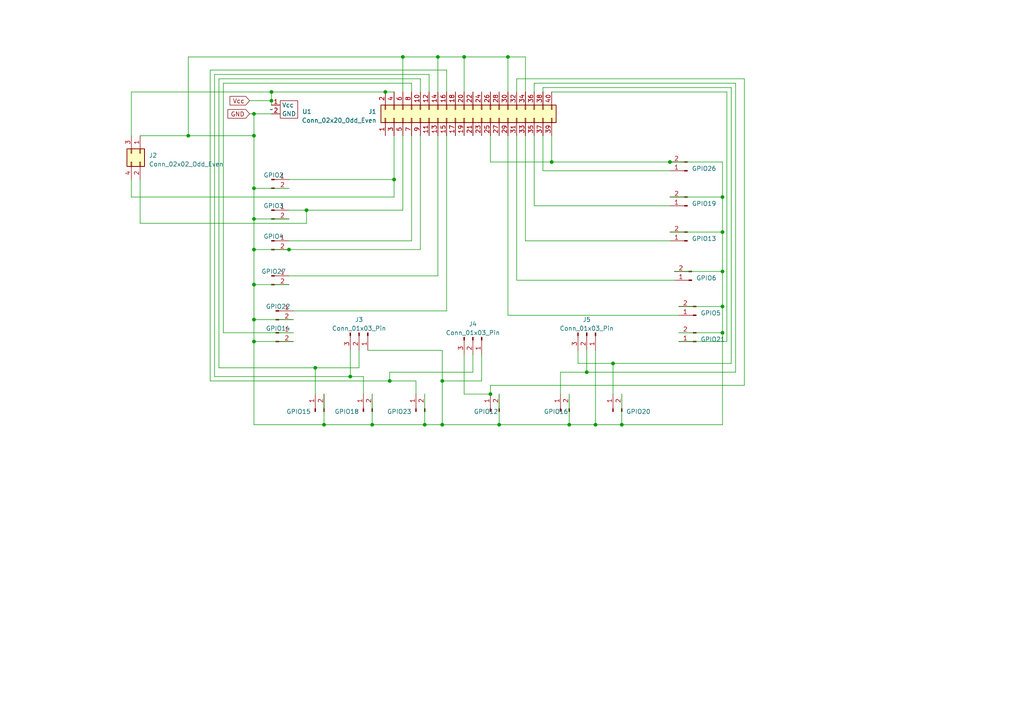
<source format=kicad_sch>
(kicad_sch (version 20230121) (generator eeschema)
  (paper "A4")
  (lib_symbols
    (symbol "Connector:Conn_01x02_Pin" (pin_names (offset 1.016) hide)
      (property "Reference" "J" (at 0 2.54 0))
      (property "Value" "Conn_01x02_Pin" (at 0 -5.08 0))
      (symbol "Conn_01x02_Pin_1_1"
        (polyline (pts (xy 1.27 -2.54) (xy 0.8636 -2.54)) (stroke (width 0.1524)))
        (polyline (pts (xy 1.27 0) (xy 0.8636 0)) (stroke (width 0.1524)))
        (rectangle (start 0.8636 -2.413) (end 0 -2.667) (stroke (width 0.1524)) (fill (type outline)))
        (rectangle (start 0.8636 0.127) (end 0 -0.127) (stroke (width 0.1524)) (fill (type outline)))
        (pin passive line (at 5.08 0 180) (length 3.81) (name "Pin_1") (number "1"))
        (pin passive line (at 5.08 -2.54 180) (length 3.81) (name "Pin_2") (number "2"))
      )
    )
    (symbol "Connector:Conn_01x03_Pin" (pin_names (offset 1.016) hide)
      (property "Reference" "J" (at 0 5.08 0))
      (property "Value" "Conn_01x03_Pin" (at 0 -5.08 0))
      (symbol "Conn_01x03_Pin_1_1"
        (polyline (pts (xy 1.27 -2.54) (xy 0.8636 -2.54)) (stroke (width 0.1524)))
        (polyline (pts (xy 1.27 0) (xy 0.8636 0)) (stroke (width 0.1524)))
        (polyline (pts (xy 1.27 2.54) (xy 0.8636 2.54)) (stroke (width 0.1524)))
        (rectangle (start 0.8636 -2.413) (end 0 -2.667) (stroke (width 0.1524)) (fill (type outline)))
        (rectangle (start 0.8636 0.127) (end 0 -0.127) (stroke (width 0.1524)) (fill (type outline)))
        (rectangle (start 0.8636 2.667) (end 0 2.413) (stroke (width 0.1524)) (fill (type outline)))
        (pin passive line (at 5.08 2.54 180) (length 3.81) (name "Pin_1") (number "1"))
        (pin passive line (at 5.08 0 180) (length 3.81) (name "Pin_2") (number "2"))
        (pin passive line (at 5.08 -2.54 180) (length 3.81) (name "Pin_3") (number "3"))
      )
    )
    (symbol "Connector_Generic:Conn_02x02_Odd_Even" (pin_names (offset 1.016) hide)
      (property "Reference" "J" (at 1.27 2.54 0))
      (property "Value" "Conn_02x02_Odd_Even" (at 1.27 -5.08 0))
      (symbol "Conn_02x02_Odd_Even_1_1"
        (rectangle (start -1.27 -2.413) (end 0 -2.667) (stroke (width 0.1524)))
        (rectangle (start -1.27 0.127) (end 0 -0.127) (stroke (width 0.1524)))
        (rectangle (start -1.27 1.27) (end 3.81 -3.81) (stroke (width 0.254)) (fill (type background)))
        (rectangle (start 3.81 -2.413) (end 2.54 -2.667) (stroke (width 0.1524)))
        (rectangle (start 3.81 0.127) (end 2.54 -0.127) (stroke (width 0.1524)))
        (pin passive line (at -5.08 0 0) (length 3.81) (name "Pin_1") (number "1"))
        (pin passive line (at 7.62 0 180) (length 3.81) (name "Pin_2") (number "2"))
        (pin passive line (at -5.08 -2.54 0) (length 3.81) (name "Pin_3") (number "3"))
        (pin passive line (at 7.62 -2.54 180) (length 3.81) (name "Pin_4") (number "4"))
      )
    )
    (symbol "Connector_Generic:Conn_02x20_Odd_Even" (pin_names (offset 1.016) hide)
      (property "Reference" "J" (at 1.27 25.4 0))
      (property "Value" "Conn_02x20_Odd_Even" (at 1.27 -27.94 0))
      (symbol "Conn_02x20_Odd_Even_1_1"
        (rectangle (start -1.27 -25.273) (end 0 -25.527) (stroke (width 0.1524)))
        (rectangle (start -1.27 -22.733) (end 0 -22.987) (stroke (width 0.1524)))
        (rectangle (start -1.27 -20.193) (end 0 -20.447) (stroke (width 0.1524)))
        (rectangle (start -1.27 -17.653) (end 0 -17.907) (stroke (width 0.1524)))
        (rectangle (start -1.27 -15.113) (end 0 -15.367) (stroke (width 0.1524)))
        (rectangle (start -1.27 -12.573) (end 0 -12.827) (stroke (width 0.1524)))
        (rectangle (start -1.27 -10.033) (end 0 -10.287) (stroke (width 0.1524)))
        (rectangle (start -1.27 -7.493) (end 0 -7.747) (stroke (width 0.1524)))
        (rectangle (start -1.27 -4.953) (end 0 -5.207) (stroke (width 0.1524)))
        (rectangle (start -1.27 -2.413) (end 0 -2.667) (stroke (width 0.1524)))
        (rectangle (start -1.27 0.127) (end 0 -0.127) (stroke (width 0.1524)))
        (rectangle (start -1.27 2.667) (end 0 2.413) (stroke (width 0.1524)))
        (rectangle (start -1.27 5.207) (end 0 4.953) (stroke (width 0.1524)))
        (rectangle (start -1.27 7.747) (end 0 7.493) (stroke (width 0.1524)))
        (rectangle (start -1.27 10.287) (end 0 10.033) (stroke (width 0.1524)))
        (rectangle (start -1.27 12.827) (end 0 12.573) (stroke (width 0.1524)))
        (rectangle (start -1.27 15.367) (end 0 15.113) (stroke (width 0.1524)))
        (rectangle (start -1.27 17.907) (end 0 17.653) (stroke (width 0.1524)))
        (rectangle (start -1.27 20.447) (end 0 20.193) (stroke (width 0.1524)))
        (rectangle (start -1.27 22.987) (end 0 22.733) (stroke (width 0.1524)))
        (rectangle (start -1.27 24.13) (end 3.81 -26.67) (stroke (width 0.254)) (fill (type background)))
        (rectangle (start 3.81 -25.273) (end 2.54 -25.527) (stroke (width 0.1524)))
        (rectangle (start 3.81 -22.733) (end 2.54 -22.987) (stroke (width 0.1524)))
        (rectangle (start 3.81 -20.193) (end 2.54 -20.447) (stroke (width 0.1524)))
        (rectangle (start 3.81 -17.653) (end 2.54 -17.907) (stroke (width 0.1524)))
        (rectangle (start 3.81 -15.113) (end 2.54 -15.367) (stroke (width 0.1524)))
        (rectangle (start 3.81 -12.573) (end 2.54 -12.827) (stroke (width 0.1524)))
        (rectangle (start 3.81 -10.033) (end 2.54 -10.287) (stroke (width 0.1524)))
        (rectangle (start 3.81 -7.493) (end 2.54 -7.747) (stroke (width 0.1524)))
        (rectangle (start 3.81 -4.953) (end 2.54 -5.207) (stroke (width 0.1524)))
        (rectangle (start 3.81 -2.413) (end 2.54 -2.667) (stroke (width 0.1524)))
        (rectangle (start 3.81 0.127) (end 2.54 -0.127) (stroke (width 0.1524)))
        (rectangle (start 3.81 2.667) (end 2.54 2.413) (stroke (width 0.1524)))
        (rectangle (start 3.81 5.207) (end 2.54 4.953) (stroke (width 0.1524)))
        (rectangle (start 3.81 7.747) (end 2.54 7.493) (stroke (width 0.1524)))
        (rectangle (start 3.81 10.287) (end 2.54 10.033) (stroke (width 0.1524)))
        (rectangle (start 3.81 12.827) (end 2.54 12.573) (stroke (width 0.1524)))
        (rectangle (start 3.81 15.367) (end 2.54 15.113) (stroke (width 0.1524)))
        (rectangle (start 3.81 17.907) (end 2.54 17.653) (stroke (width 0.1524)))
        (rectangle (start 3.81 20.447) (end 2.54 20.193) (stroke (width 0.1524)))
        (rectangle (start 3.81 22.987) (end 2.54 22.733) (stroke (width 0.1524)))
        (pin passive line (at -5.08 22.86 0) (length 3.81) (name "Pin_1") (number "1"))
        (pin passive line (at 7.62 12.7 180) (length 3.81) (name "Pin_10") (number "10"))
        (pin passive line (at -5.08 10.16 0) (length 3.81) (name "Pin_11") (number "11"))
        (pin passive line (at 7.62 10.16 180) (length 3.81) (name "Pin_12") (number "12"))
        (pin passive line (at -5.08 7.62 0) (length 3.81) (name "Pin_13") (number "13"))
        (pin passive line (at 7.62 7.62 180) (length 3.81) (name "Pin_14") (number "14"))
        (pin passive line (at -5.08 5.08 0) (length 3.81) (name "Pin_15") (number "15"))
        (pin passive line (at 7.62 5.08 180) (length 3.81) (name "Pin_16") (number "16"))
        (pin passive line (at -5.08 2.54 0) (length 3.81) (name "Pin_17") (number "17"))
        (pin passive line (at 7.62 2.54 180) (length 3.81) (name "Pin_18") (number "18"))
        (pin passive line (at -5.08 0 0) (length 3.81) (name "Pin_19") (number "19"))
        (pin passive line (at 7.62 22.86 180) (length 3.81) (name "Pin_2") (number "2"))
        (pin passive line (at 7.62 0 180) (length 3.81) (name "Pin_20") (number "20"))
        (pin passive line (at -5.08 -2.54 0) (length 3.81) (name "Pin_21") (number "21"))
        (pin passive line (at 7.62 -2.54 180) (length 3.81) (name "Pin_22") (number "22"))
        (pin passive line (at -5.08 -5.08 0) (length 3.81) (name "Pin_23") (number "23"))
        (pin passive line (at 7.62 -5.08 180) (length 3.81) (name "Pin_24") (number "24"))
        (pin passive line (at -5.08 -7.62 0) (length 3.81) (name "Pin_25") (number "25"))
        (pin passive line (at 7.62 -7.62 180) (length 3.81) (name "Pin_26") (number "26"))
        (pin passive line (at -5.08 -10.16 0) (length 3.81) (name "Pin_27") (number "27"))
        (pin passive line (at 7.62 -10.16 180) (length 3.81) (name "Pin_28") (number "28"))
        (pin passive line (at -5.08 -12.7 0) (length 3.81) (name "Pin_29") (number "29"))
        (pin passive line (at -5.08 20.32 0) (length 3.81) (name "Pin_3") (number "3"))
        (pin passive line (at 7.62 -12.7 180) (length 3.81) (name "Pin_30") (number "30"))
        (pin passive line (at -5.08 -15.24 0) (length 3.81) (name "Pin_31") (number "31"))
        (pin passive line (at 7.62 -15.24 180) (length 3.81) (name "Pin_32") (number "32"))
        (pin passive line (at -5.08 -17.78 0) (length 3.81) (name "Pin_33") (number "33"))
        (pin passive line (at 7.62 -17.78 180) (length 3.81) (name "Pin_34") (number "34"))
        (pin passive line (at -5.08 -20.32 0) (length 3.81) (name "Pin_35") (number "35"))
        (pin passive line (at 7.62 -20.32 180) (length 3.81) (name "Pin_36") (number "36"))
        (pin passive line (at -5.08 -22.86 0) (length 3.81) (name "Pin_37") (number "37"))
        (pin passive line (at 7.62 -22.86 180) (length 3.81) (name "Pin_38") (number "38"))
        (pin passive line (at -5.08 -25.4 0) (length 3.81) (name "Pin_39") (number "39"))
        (pin passive line (at 7.62 20.32 180) (length 3.81) (name "Pin_4") (number "4"))
        (pin passive line (at 7.62 -25.4 180) (length 3.81) (name "Pin_40") (number "40"))
        (pin passive line (at -5.08 17.78 0) (length 3.81) (name "Pin_5") (number "5"))
        (pin passive line (at 7.62 17.78 180) (length 3.81) (name "Pin_6") (number "6"))
        (pin passive line (at -5.08 15.24 0) (length 3.81) (name "Pin_7") (number "7"))
        (pin passive line (at 7.62 15.24 180) (length 3.81) (name "Pin_8") (number "8"))
        (pin passive line (at -5.08 12.7 0) (length 3.81) (name "Pin_9") (number "9"))
      )
    )
    (symbol "My Custom Symbol Libary:Solder_Pads"
      (property "Reference" "U" (at 0 0 0))
      (symbol "Solder_Pads_0_1"
        (rectangle (start 2.54 2.54) (end 7.62 -2.54))
      )
      (symbol "Solder_Pads_1_1"
        (pin power_in line (at 0 1.27 0) (length 2.54) (name "Vcc") (number "1"))
        (pin power_in line (at 0 -1.27 0) (length 2.54) (name "GND") (number "2"))
      )
    )
  )
  (junction (at 83.82 72.39))
  (junction (at 73.66 99.06))
  (junction (at 147.32 16.51))
  (junction (at 194.31 46.99))
  (junction (at 128.27 123.19))
  (junction (at 209.55 88.9))
  (junction (at 73.66 63.5))
  (junction (at 134.62 16.51))
  (junction (at 142.24 114.3))
  (junction (at 144.78 123.19))
  (junction (at 73.66 72.39))
  (junction (at 107.95 123.19))
  (junction (at 165.1 123.19))
  (junction (at 114.3 52.07))
  (junction (at 54.61 39.37))
  (junction (at 88.9 60.96))
  (junction (at 177.8 105.41))
  (junction (at 73.66 92.71))
  (junction (at 116.84 16.51))
  (junction (at 73.66 54.61))
  (junction (at 73.66 39.37))
  (junction (at 128.27 110.49))
  (junction (at 209.55 67.31))
  (junction (at 101.6 109.22))
  (junction (at 123.19 123.19))
  (junction (at 127 16.51))
  (junction (at 111.76 26.67))
  (junction (at 78.74 29.21))
  (junction (at 160.02 46.99))
  (junction (at 172.72 123.19))
  (junction (at 209.55 78.74))
  (junction (at 209.55 57.15))
  (junction (at 113.03 110.49))
  (junction (at 73.66 33.02))
  (junction (at 78.74 26.67))
  (junction (at 180.34 123.19))
  (junction (at 209.55 96.52))
  (junction (at 73.66 82.55))
  (junction (at 91.44 106.68))
  (junction (at 93.98 123.19))
  (junction (at 170.18 107.95))
  (wire (pts (xy 215.9 22.86) (xy 215.9 111.76)))
  (wire (pts (xy 213.36 24.13) (xy 213.36 107.95)))
  (wire (pts (xy 139.7 110.49) (xy 128.27 110.49)))
  (wire (pts (xy 83.82 60.96) (xy 88.9 60.96)))
  (wire (pts (xy 160.02 46.99) (xy 194.31 46.99)))
  (wire (pts (xy 212.09 25.4) (xy 212.09 105.41)))
  (wire (pts (xy 113.03 107.95) (xy 113.03 110.49)))
  (wire (pts (xy 149.86 22.86) (xy 215.9 22.86)))
  (wire (pts (xy 121.92 39.37) (xy 121.92 72.39)))
  (wire (pts (xy 119.38 39.37) (xy 119.38 69.85)))
  (wire (pts (xy 162.56 107.95) (xy 162.56 114.3)))
  (wire (pts (xy 149.86 39.37) (xy 149.86 81.28)))
  (wire (pts (xy 160.02 39.37) (xy 160.02 46.99)))
  (wire (pts (xy 62.23 21.59) (xy 62.23 109.22)))
  (wire (pts (xy 73.66 33.02) (xy 73.66 39.37)))
  (wire (pts (xy 194.31 57.15) (xy 209.55 57.15)))
  (wire (pts (xy 137.16 102.87) (xy 137.16 107.95)))
  (wire (pts (xy 147.32 39.37) (xy 147.32 91.44)))
  (wire (pts (xy 165.1 114.3) (xy 165.1 123.19)))
  (wire (pts (xy 157.48 26.67) (xy 157.48 25.4)))
  (wire (pts (xy 142.24 46.99) (xy 160.02 46.99)))
  (wire (pts (xy 196.85 88.9) (xy 209.55 88.9)))
  (wire (pts (xy 149.86 26.67) (xy 149.86 22.86)))
  (wire (pts (xy 209.55 78.74) (xy 209.55 88.9)))
  (wire (pts (xy 113.03 110.49) (xy 120.65 110.49)))
  (wire (pts (xy 209.55 57.15) (xy 209.55 67.31)))
  (wire (pts (xy 91.44 106.68) (xy 91.44 114.3)))
  (wire (pts (xy 64.77 24.13) (xy 64.77 96.52)))
  (wire (pts (xy 128.27 110.49) (xy 128.27 123.19)))
  (wire (pts (xy 154.94 26.67) (xy 154.94 24.13)))
  (wire (pts (xy 194.31 46.99) (xy 209.55 46.99)))
  (wire (pts (xy 40.64 39.37) (xy 54.61 39.37)))
  (wire (pts (xy 120.65 110.49) (xy 120.65 114.3)))
  (wire (pts (xy 73.66 92.71) (xy 73.66 99.06)))
  (wire (pts (xy 107.95 114.3) (xy 107.95 123.19)))
  (wire (pts (xy 54.61 16.51) (xy 116.84 16.51)))
  (wire (pts (xy 157.48 39.37) (xy 157.48 49.53)))
  (wire (pts (xy 73.66 123.19) (xy 93.98 123.19)))
  (wire (pts (xy 170.18 107.95) (xy 213.36 107.95)))
  (wire (pts (xy 107.95 123.19) (xy 123.19 123.19)))
  (wire (pts (xy 101.6 109.22) (xy 105.41 109.22)))
  (wire (pts (xy 88.9 64.77) (xy 88.9 60.96)))
  (wire (pts (xy 78.74 26.67) (xy 78.74 29.21)))
  (wire (pts (xy 73.66 63.5) (xy 73.66 72.39)))
  (wire (pts (xy 147.32 16.51) (xy 152.4 16.51)))
  (wire (pts (xy 119.38 69.85) (xy 83.82 69.85)))
  (wire (pts (xy 60.96 110.49) (xy 113.03 110.49)))
  (wire (pts (xy 170.18 101.6) (xy 170.18 107.95)))
  (wire (pts (xy 40.64 64.77) (xy 88.9 64.77)))
  (wire (pts (xy 123.19 123.19) (xy 128.27 123.19)))
  (wire (pts (xy 78.74 33.02) (xy 73.66 33.02)))
  (wire (pts (xy 73.66 72.39) (xy 73.66 82.55)))
  (wire (pts (xy 121.92 26.67) (xy 121.92 22.86)))
  (wire (pts (xy 129.54 39.37) (xy 129.54 90.17)))
  (wire (pts (xy 152.4 69.85) (xy 194.31 69.85)))
  (wire (pts (xy 165.1 123.19) (xy 172.72 123.19)))
  (wire (pts (xy 167.64 105.41) (xy 167.64 101.6)))
  (wire (pts (xy 64.77 96.52) (xy 85.09 96.52)))
  (wire (pts (xy 72.39 29.21) (xy 78.74 29.21)))
  (wire (pts (xy 64.77 24.13) (xy 119.38 24.13)))
  (wire (pts (xy 134.62 114.3) (xy 142.24 114.3)))
  (wire (pts (xy 157.48 49.53) (xy 194.31 49.53)))
  (wire (pts (xy 73.66 82.55) (xy 73.66 92.71)))
  (wire (pts (xy 83.82 52.07) (xy 114.3 52.07)))
  (wire (pts (xy 134.62 16.51) (xy 147.32 16.51)))
  (wire (pts (xy 142.24 111.76) (xy 215.9 111.76)))
  (wire (pts (xy 83.82 54.61) (xy 73.66 54.61)))
  (wire (pts (xy 124.46 21.59) (xy 62.23 21.59)))
  (wire (pts (xy 121.92 22.86) (xy 63.5 22.86)))
  (wire (pts (xy 194.31 67.31) (xy 209.55 67.31)))
  (wire (pts (xy 162.56 107.95) (xy 170.18 107.95)))
  (wire (pts (xy 142.24 111.76) (xy 142.24 114.3)))
  (wire (pts (xy 38.1 26.67) (xy 78.74 26.67)))
  (wire (pts (xy 54.61 39.37) (xy 73.66 39.37)))
  (wire (pts (xy 83.82 72.39) (xy 121.92 72.39)))
  (wire (pts (xy 111.76 26.67) (xy 114.3 26.67)))
  (wire (pts (xy 73.66 99.06) (xy 85.09 99.06)))
  (wire (pts (xy 142.24 39.37) (xy 142.24 46.99)))
  (wire (pts (xy 73.66 92.71) (xy 85.09 92.71)))
  (wire (pts (xy 180.34 114.3) (xy 180.34 123.19)))
  (wire (pts (xy 129.54 26.67) (xy 129.54 20.32)))
  (wire (pts (xy 144.78 123.19) (xy 165.1 123.19)))
  (wire (pts (xy 147.32 91.44) (xy 196.85 91.44)))
  (wire (pts (xy 127 80.01) (xy 83.82 80.01)))
  (wire (pts (xy 147.32 26.67) (xy 147.32 16.51)))
  (wire (pts (xy 134.62 102.87) (xy 134.62 114.3)))
  (wire (pts (xy 144.78 114.3) (xy 144.78 123.19)))
  (wire (pts (xy 172.72 123.19) (xy 180.34 123.19)))
  (wire (pts (xy 114.3 39.37) (xy 114.3 52.07)))
  (wire (pts (xy 196.85 99.06) (xy 210.82 99.06)))
  (wire (pts (xy 73.66 63.5) (xy 83.82 63.5)))
  (wire (pts (xy 93.98 114.3) (xy 93.98 123.19)))
  (wire (pts (xy 152.4 26.67) (xy 152.4 16.51)))
  (wire (pts (xy 129.54 90.17) (xy 85.09 90.17)))
  (wire (pts (xy 88.9 60.96) (xy 116.84 60.96)))
  (wire (pts (xy 38.1 57.15) (xy 114.3 57.15)))
  (wire (pts (xy 127 39.37) (xy 127 80.01)))
  (wire (pts (xy 123.19 114.3) (xy 123.19 123.19)))
  (wire (pts (xy 113.03 107.95) (xy 137.16 107.95)))
  (wire (pts (xy 73.66 72.39) (xy 83.82 72.39)))
  (wire (pts (xy 91.44 106.68) (xy 104.14 106.68)))
  (wire (pts (xy 154.94 24.13) (xy 213.36 24.13)))
  (wire (pts (xy 160.02 26.67) (xy 210.82 26.67)))
  (wire (pts (xy 209.55 46.99) (xy 209.55 57.15)))
  (wire (pts (xy 167.64 105.41) (xy 177.8 105.41)))
  (wire (pts (xy 73.66 39.37) (xy 73.66 54.61)))
  (wire (pts (xy 152.4 39.37) (xy 152.4 69.85)))
  (wire (pts (xy 180.34 123.19) (xy 209.55 123.19)))
  (wire (pts (xy 195.58 78.74) (xy 209.55 78.74)))
  (wire (pts (xy 172.72 101.6) (xy 172.72 123.19)))
  (wire (pts (xy 72.39 33.02) (xy 73.66 33.02)))
  (wire (pts (xy 104.14 101.6) (xy 104.14 106.68)))
  (wire (pts (xy 212.09 105.41) (xy 177.8 105.41)))
  (wire (pts (xy 128.27 101.6) (xy 128.27 110.49)))
  (wire (pts (xy 154.94 59.69) (xy 194.31 59.69)))
  (wire (pts (xy 78.74 26.67) (xy 111.76 26.67)))
  (wire (pts (xy 177.8 105.41) (xy 177.8 114.3)))
  (wire (pts (xy 116.84 39.37) (xy 116.84 60.96)))
  (wire (pts (xy 73.66 54.61) (xy 73.66 63.5)))
  (wire (pts (xy 157.48 25.4) (xy 212.09 25.4)))
  (wire (pts (xy 73.66 99.06) (xy 73.66 123.19)))
  (wire (pts (xy 129.54 20.32) (xy 60.96 20.32)))
  (wire (pts (xy 149.86 81.28) (xy 195.58 81.28)))
  (wire (pts (xy 93.98 123.19) (xy 107.95 123.19)))
  (wire (pts (xy 63.5 22.86) (xy 63.5 106.68)))
  (wire (pts (xy 60.96 20.32) (xy 60.96 110.49)))
  (wire (pts (xy 101.6 101.6) (xy 101.6 109.22)))
  (wire (pts (xy 62.23 109.22) (xy 101.6 109.22)))
  (wire (pts (xy 210.82 26.67) (xy 210.82 99.06)))
  (wire (pts (xy 196.85 96.52) (xy 209.55 96.52)))
  (wire (pts (xy 63.5 106.68) (xy 91.44 106.68)))
  (wire (pts (xy 127 26.67) (xy 127 16.51)))
  (wire (pts (xy 78.74 29.21) (xy 78.74 30.48)))
  (wire (pts (xy 116.84 26.67) (xy 116.84 16.51)))
  (wire (pts (xy 124.46 26.67) (xy 124.46 21.59)))
  (wire (pts (xy 38.1 52.07) (xy 38.1 57.15)))
  (wire (pts (xy 154.94 39.37) (xy 154.94 59.69)))
  (wire (pts (xy 209.55 96.52) (xy 209.55 123.19)))
  (wire (pts (xy 116.84 16.51) (xy 127 16.51)))
  (wire (pts (xy 105.41 109.22) (xy 105.41 114.3)))
  (wire (pts (xy 106.68 101.6) (xy 128.27 101.6)))
  (wire (pts (xy 119.38 26.67) (xy 119.38 24.13)))
  (wire (pts (xy 139.7 102.87) (xy 139.7 110.49)))
  (wire (pts (xy 114.3 52.07) (xy 114.3 57.15)))
  (wire (pts (xy 209.55 67.31) (xy 209.55 78.74)))
  (wire (pts (xy 38.1 39.37) (xy 38.1 26.67)))
  (wire (pts (xy 73.66 82.55) (xy 83.82 82.55)))
  (wire (pts (xy 134.62 26.67) (xy 134.62 16.51)))
  (wire (pts (xy 128.27 123.19) (xy 144.78 123.19)))
  (wire (pts (xy 209.55 88.9) (xy 209.55 96.52)))
  (wire (pts (xy 127 16.51) (xy 134.62 16.51)))
  (wire (pts (xy 54.61 16.51) (xy 54.61 39.37)))
  (wire (pts (xy 40.64 52.07) (xy 40.64 64.77)))
  (global_label "GND" (shape input) (at 72.39 33.02 180) (property "Intersheetrefs" "${INTERSHEET_REFS}" (effects hide)))
  (global_label "Vcc" (shape input) (at 72.39 29.21 180) (property "Intersheetrefs" "${INTERSHEET_REFS}" (effects hide)))
  (symbol (lib_id "Connector:Conn_01x02_Pin") (at 78.74 69.85 0) (unit 1)
    (property "Reference" "GPIO4" (at 79.375 68.58 0))
    (property "Value" "Conn_01x02_Pin" (effects hide))
    (property "Footprint" "Connector_JST:JST_PH_S2B-PH-K_1x02_P2.00mm_Horizontal" (effects hide))
  )
  (symbol (lib_id "Connector:Conn_01x02_Pin") (at 78.74 52.07 0) (unit 1)
    (property "Reference" "GPIO2" (at 79.375 50.8 0))
    (property "Value" "Conn_01x02_Pin" (effects hide))
    (property "Footprint" "Connector_JST:JST_PH_S2B-PH-K_1x02_P2.00mm_Horizontal" (effects hide))
  )
  (symbol (lib_id "Connector:Conn_01x02_Pin") (at 177.8 119.38 90) (unit 1)
    (property "Reference" "GPIO20" (at 181.61 119.38 90) (effects (justify right)))
    (property "Value" "Conn_01x02_Pin" (effects hide))
    (property "Footprint" "Connector_JST:JST_PH_S2B-PH-K_1x02_P2.00mm_Horizontal" (effects hide))
  )
  (symbol (lib_id "Connector:Conn_01x02_Pin") (at 200.66 81.28 180) (unit 1)
    (property "Reference" "GPIO6" (at 201.93 80.645 0) (effects (justify right)))
    (property "Value" "Conn_01x02_Pin" (effects hide))
    (property "Footprint" "Connector_JST:JST_PH_S2B-PH-K_1x02_P2.00mm_Horizontal" (effects hide))
  )
  (symbol (lib_id "Connector:Conn_01x03_Pin") (at 170.18 96.52 270) (unit 1)
    (property "Reference" "J5" (at 170.18 92.71 90))
    (property "Value" "Conn_01x03_Pin" (at 170.18 95.25 90))
    (property "Footprint" "Connector_PinHeader_2.54mm:PinHeader_1x03_P2.54mm_Vertical" (effects hide))
  )
  (symbol (lib_id "Connector:Conn_01x02_Pin") (at 162.56 119.38 90) (unit 1)
    (property "Reference" "GPIO16" (at 161.29 119.38 90))
    (property "Value" "Conn_01x02_Pin" (effects hide))
    (property "Footprint" "Connector_JST:JST_PH_S2B-PH-K_1x02_P2.00mm_Horizontal" (effects hide))
  )
  (symbol (lib_id "Connector:Conn_01x02_Pin") (at 199.39 59.69 180) (unit 1)
    (property "Reference" "GPIO19" (at 200.66 59.055 0) (effects (justify right)))
    (property "Value" "Conn_01x02_Pin" (effects hide))
    (property "Footprint" "Connector_JST:JST_PH_S2B-PH-K_1x02_P2.00mm_Horizontal" (effects hide))
  )
  (symbol (lib_id "Connector:Conn_01x02_Pin") (at 199.39 69.85 180) (unit 1)
    (property "Reference" "GPIO13" (at 200.66 69.215 0) (effects (justify right)))
    (property "Value" "Conn_01x02_Pin" (effects hide))
    (property "Footprint" "Connector_JST:JST_PH_S2B-PH-K_1x02_P2.00mm_Horizontal" (effects hide))
  )
  (symbol (lib_id "Connector:Conn_01x02_Pin") (at 91.44 119.38 90) (unit 1)
    (property "Reference" "GPIO15" (at 90.17 119.38 90) (effects (justify left)))
    (property "Value" "Conn_01x02_Pin" (effects hide))
    (property "Footprint" "Connector_JST:JST_PH_S2B-PH-K_1x02_P2.00mm_Horizontal" (effects hide))
  )
  (symbol (lib_id "My Custom Symbol Libary:Solder_Pads") (at 78.74 31.75 0) (unit 1)
    (property "Reference" "U1" (at 87.63 32.385 0) (effects (justify left)))
    (property "Value" "~" (at 78.74 31.75 0))
    (property "Footprint" "1_My_Custom_Library:Solder_Pads" (effects hide))
  )
  (symbol (lib_id "Connector:Conn_01x02_Pin") (at 199.39 49.53 180) (unit 1)
    (property "Reference" "GPIO26" (at 200.66 48.895 0) (effects (justify right)))
    (property "Value" "Conn_01x02_Pin" (effects hide))
    (property "Footprint" "Connector_JST:JST_PH_S2B-PH-K_1x02_P2.00mm_Horizontal" (effects hide))
  )
  (symbol (lib_id "Connector_Generic:Conn_02x20_Odd_Even") (at 134.62 34.29 90) (unit 1)
    (property "Reference" "J1" (at 109.22 32.385 90) (effects (justify left)))
    (property "Value" "Conn_02x20_Odd_Even" (at 109.22 34.925 90) (effects (justify left)))
    (property "Footprint" "Connector_PinHeader_2.54mm:PinHeader_2x20_P2.54mm_Vertical" (effects hide))
  )
  (symbol (lib_id "Connector:Conn_01x03_Pin") (at 137.16 97.79 270) (unit 1)
    (property "Reference" "J4" (at 137.16 93.98 90))
    (property "Value" "Conn_01x03_Pin" (at 137.16 96.52 90))
    (property "Footprint" "Connector_PinHeader_2.54mm:PinHeader_1x03_P2.54mm_Vertical" (effects hide))
  )
  (symbol (lib_id "Connector:Conn_01x03_Pin") (at 104.14 96.52 270) (unit 1)
    (property "Reference" "J3" (at 104.14 92.71 90))
    (property "Value" "Conn_01x03_Pin" (at 104.14 95.25 90))
    (property "Footprint" "Connector_PinHeader_2.54mm:PinHeader_1x03_P2.54mm_Vertical" (effects hide))
  )
  (symbol (lib_id "Connector:Conn_01x02_Pin") (at 201.93 91.44 180) (unit 1)
    (property "Reference" "GPIO5" (at 203.2 90.805 0) (effects (justify right)))
    (property "Value" "Conn_01x02_Pin" (effects hide))
    (property "Footprint" "Connector_JST:JST_PH_S2B-PH-K_1x02_P2.00mm_Horizontal" (effects hide))
  )
  (symbol (lib_id "Connector:Conn_01x02_Pin") (at 105.41 119.38 90) (unit 1)
    (property "Reference" "GPIO18" (at 104.14 119.38 90) (effects (justify left)))
    (property "Value" "Conn_01x02_Pin" (effects hide))
    (property "Footprint" "Connector_JST:JST_PH_S2B-PH-K_1x02_P2.00mm_Horizontal" (effects hide))
  )
  (symbol (lib_id "Connector:Conn_01x02_Pin") (at 80.01 96.52 0) (unit 1)
    (property "Reference" "GPIO14" (at 80.645 95.25 0))
    (property "Value" "Conn_01x02_Pin" (effects hide))
    (property "Footprint" "Connector_JST:JST_PH_S2B-PH-K_1x02_P2.00mm_Horizontal" (effects hide))
  )
  (symbol (lib_id "Connector_Generic:Conn_02x02_Odd_Even") (at 40.64 44.45 270) (unit 1)
    (property "Reference" "J2" (at 43.18 45.085 90) (effects (justify left)))
    (property "Value" "Conn_02x02_Odd_Even" (at 43.18 47.625 90) (effects (justify left)))
    (property "Footprint" "Connector_PinHeader_2.54mm:PinHeader_2x02_P2.54mm_Vertical" (effects hide))
  )
  (symbol (lib_id "Connector:Conn_01x02_Pin") (at 120.65 119.38 90) (unit 1)
    (property "Reference" "GPIO23" (at 119.38 119.38 90) (effects (justify left)))
    (property "Value" "Conn_01x02_Pin" (effects hide))
    (property "Footprint" "Connector_JST:JST_PH_S2B-PH-K_1x02_P2.00mm_Horizontal" (effects hide))
  )
  (symbol (lib_id "Connector:Conn_01x02_Pin") (at 142.24 119.38 90) (unit 1)
    (property "Reference" "GPIO12" (at 140.97 119.38 90))
    (property "Value" "Conn_01x02_Pin" (effects hide))
    (property "Footprint" "Connector_JST:JST_PH_S2B-PH-K_1x02_P2.00mm_Horizontal" (effects hide))
  )
  (symbol (lib_id "Connector:Conn_01x02_Pin") (at 78.74 80.01 0) (unit 1)
    (property "Reference" "GPIO27" (at 79.375 78.74 0))
    (property "Value" "Conn_01x02_Pin" (effects hide))
    (property "Footprint" "Connector_JST:JST_PH_S2B-PH-K_1x02_P2.00mm_Horizontal" (effects hide))
  )
  (symbol (lib_id "Connector:Conn_01x02_Pin") (at 78.74 60.96 0) (unit 1)
    (property "Reference" "GPIO3" (at 79.375 59.69 0))
    (property "Value" "Conn_01x02_Pin" (effects hide))
    (property "Footprint" "Connector_JST:JST_PH_S2B-PH-K_1x02_P2.00mm_Horizontal" (effects hide))
  )
  (symbol (lib_id "Connector:Conn_01x02_Pin") (at 80.01 90.17 0) (unit 1)
    (property "Reference" "GPIO22" (at 80.645 88.9 0))
    (property "Value" "Conn_01x02_Pin" (effects hide))
    (property "Footprint" "Connector_JST:JST_PH_S2B-PH-K_1x02_P2.00mm_Horizontal" (effects hide))
  )
  (symbol (lib_id "Connector:Conn_01x02_Pin") (at 201.93 99.06 180) (unit 1)
    (property "Reference" "GPIO21" (at 203.2 98.425 0) (effects (justify right)))
    (property "Value" "Conn_01x02_Pin" (effects hide))
    (property "Footprint" "Connector_JST:JST_PH_S2B-PH-K_1x02_P2.00mm_Horizontal" (effects hide))
  )
)
</source>
